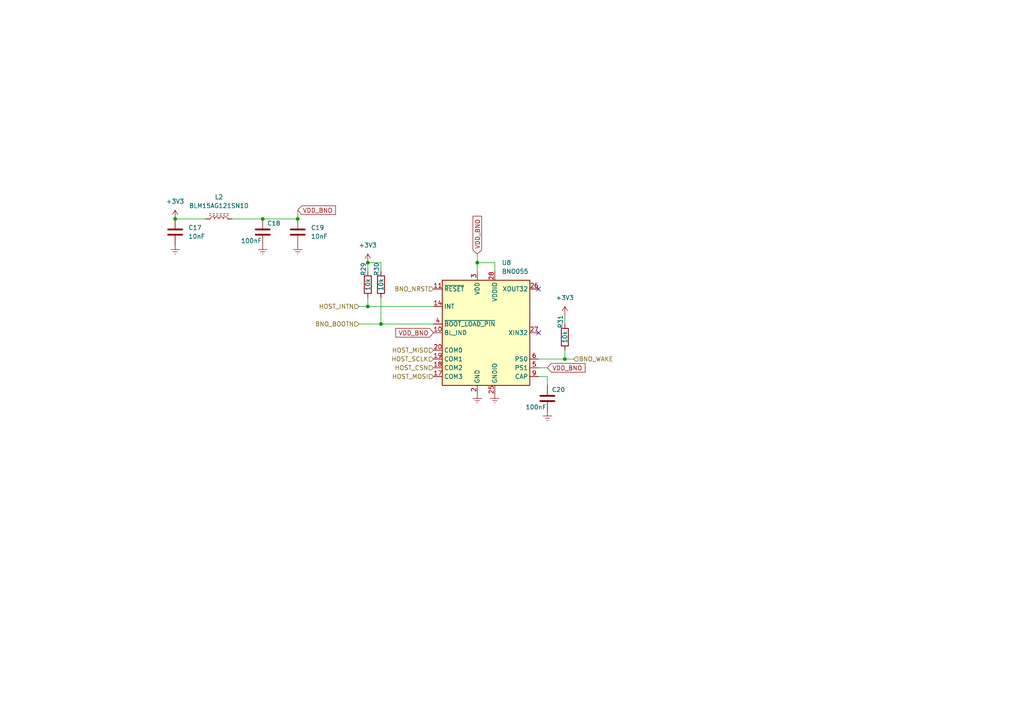
<source format=kicad_sch>
(kicad_sch (version 20211123) (generator eeschema)

  (uuid 30c0e302-9895-4b2c-8eb8-96234ffbcf7a)

  (paper "A4")

  (title_block
    (date "2022-09-05")
  )

  (lib_symbols
    (symbol "Device:C" (pin_numbers hide) (pin_names (offset 0.254)) (in_bom yes) (on_board yes)
      (property "Reference" "C" (id 0) (at 0.635 2.54 0)
        (effects (font (size 1.27 1.27)) (justify left))
      )
      (property "Value" "C" (id 1) (at 0.635 -2.54 0)
        (effects (font (size 1.27 1.27)) (justify left))
      )
      (property "Footprint" "" (id 2) (at 0.9652 -3.81 0)
        (effects (font (size 1.27 1.27)) hide)
      )
      (property "Datasheet" "~" (id 3) (at 0 0 0)
        (effects (font (size 1.27 1.27)) hide)
      )
      (property "ki_keywords" "cap capacitor" (id 4) (at 0 0 0)
        (effects (font (size 1.27 1.27)) hide)
      )
      (property "ki_description" "Unpolarized capacitor" (id 5) (at 0 0 0)
        (effects (font (size 1.27 1.27)) hide)
      )
      (property "ki_fp_filters" "C_*" (id 6) (at 0 0 0)
        (effects (font (size 1.27 1.27)) hide)
      )
      (symbol "C_0_1"
        (polyline
          (pts
            (xy -2.032 -0.762)
            (xy 2.032 -0.762)
          )
          (stroke (width 0.508) (type default) (color 0 0 0 0))
          (fill (type none))
        )
        (polyline
          (pts
            (xy -2.032 0.762)
            (xy 2.032 0.762)
          )
          (stroke (width 0.508) (type default) (color 0 0 0 0))
          (fill (type none))
        )
      )
      (symbol "C_1_1"
        (pin passive line (at 0 3.81 270) (length 2.794)
          (name "~" (effects (font (size 1.27 1.27))))
          (number "1" (effects (font (size 1.27 1.27))))
        )
        (pin passive line (at 0 -3.81 90) (length 2.794)
          (name "~" (effects (font (size 1.27 1.27))))
          (number "2" (effects (font (size 1.27 1.27))))
        )
      )
    )
    (symbol "Device:L_Ferrite" (pin_numbers hide) (pin_names (offset 1.016) hide) (in_bom yes) (on_board yes)
      (property "Reference" "L" (id 0) (at -1.27 0 90)
        (effects (font (size 1.27 1.27)))
      )
      (property "Value" "L_Ferrite" (id 1) (at 2.794 0 90)
        (effects (font (size 1.27 1.27)))
      )
      (property "Footprint" "" (id 2) (at 0 0 0)
        (effects (font (size 1.27 1.27)) hide)
      )
      (property "Datasheet" "~" (id 3) (at 0 0 0)
        (effects (font (size 1.27 1.27)) hide)
      )
      (property "ki_keywords" "inductor choke coil reactor magnetic" (id 4) (at 0 0 0)
        (effects (font (size 1.27 1.27)) hide)
      )
      (property "ki_description" "Inductor with ferrite core" (id 5) (at 0 0 0)
        (effects (font (size 1.27 1.27)) hide)
      )
      (property "ki_fp_filters" "Choke_* *Coil* Inductor_* L_*" (id 6) (at 0 0 0)
        (effects (font (size 1.27 1.27)) hide)
      )
      (symbol "L_Ferrite_0_1"
        (arc (start 0 -2.54) (mid 0.635 -1.905) (end 0 -1.27)
          (stroke (width 0) (type default) (color 0 0 0 0))
          (fill (type none))
        )
        (arc (start 0 -1.27) (mid 0.635 -0.635) (end 0 0)
          (stroke (width 0) (type default) (color 0 0 0 0))
          (fill (type none))
        )
        (polyline
          (pts
            (xy 1.016 -2.794)
            (xy 1.016 -2.286)
          )
          (stroke (width 0) (type default) (color 0 0 0 0))
          (fill (type none))
        )
        (polyline
          (pts
            (xy 1.016 -1.778)
            (xy 1.016 -1.27)
          )
          (stroke (width 0) (type default) (color 0 0 0 0))
          (fill (type none))
        )
        (polyline
          (pts
            (xy 1.016 -0.762)
            (xy 1.016 -0.254)
          )
          (stroke (width 0) (type default) (color 0 0 0 0))
          (fill (type none))
        )
        (polyline
          (pts
            (xy 1.016 0.254)
            (xy 1.016 0.762)
          )
          (stroke (width 0) (type default) (color 0 0 0 0))
          (fill (type none))
        )
        (polyline
          (pts
            (xy 1.016 1.27)
            (xy 1.016 1.778)
          )
          (stroke (width 0) (type default) (color 0 0 0 0))
          (fill (type none))
        )
        (polyline
          (pts
            (xy 1.016 2.286)
            (xy 1.016 2.794)
          )
          (stroke (width 0) (type default) (color 0 0 0 0))
          (fill (type none))
        )
        (polyline
          (pts
            (xy 1.524 -2.286)
            (xy 1.524 -2.794)
          )
          (stroke (width 0) (type default) (color 0 0 0 0))
          (fill (type none))
        )
        (polyline
          (pts
            (xy 1.524 -1.27)
            (xy 1.524 -1.778)
          )
          (stroke (width 0) (type default) (color 0 0 0 0))
          (fill (type none))
        )
        (polyline
          (pts
            (xy 1.524 -0.254)
            (xy 1.524 -0.762)
          )
          (stroke (width 0) (type default) (color 0 0 0 0))
          (fill (type none))
        )
        (polyline
          (pts
            (xy 1.524 0.762)
            (xy 1.524 0.254)
          )
          (stroke (width 0) (type default) (color 0 0 0 0))
          (fill (type none))
        )
        (polyline
          (pts
            (xy 1.524 1.778)
            (xy 1.524 1.27)
          )
          (stroke (width 0) (type default) (color 0 0 0 0))
          (fill (type none))
        )
        (polyline
          (pts
            (xy 1.524 2.794)
            (xy 1.524 2.286)
          )
          (stroke (width 0) (type default) (color 0 0 0 0))
          (fill (type none))
        )
        (arc (start 0 0) (mid 0.635 0.635) (end 0 1.27)
          (stroke (width 0) (type default) (color 0 0 0 0))
          (fill (type none))
        )
        (arc (start 0 1.27) (mid 0.635 1.905) (end 0 2.54)
          (stroke (width 0) (type default) (color 0 0 0 0))
          (fill (type none))
        )
      )
      (symbol "L_Ferrite_1_1"
        (pin passive line (at 0 3.81 270) (length 1.27)
          (name "1" (effects (font (size 1.27 1.27))))
          (number "1" (effects (font (size 1.27 1.27))))
        )
        (pin passive line (at 0 -3.81 90) (length 1.27)
          (name "2" (effects (font (size 1.27 1.27))))
          (number "2" (effects (font (size 1.27 1.27))))
        )
      )
    )
    (symbol "Device:R" (pin_numbers hide) (pin_names (offset 0)) (in_bom yes) (on_board yes)
      (property "Reference" "R" (id 0) (at 2.032 0 90)
        (effects (font (size 1.27 1.27)))
      )
      (property "Value" "R" (id 1) (at 0 0 90)
        (effects (font (size 1.27 1.27)))
      )
      (property "Footprint" "" (id 2) (at -1.778 0 90)
        (effects (font (size 1.27 1.27)) hide)
      )
      (property "Datasheet" "~" (id 3) (at 0 0 0)
        (effects (font (size 1.27 1.27)) hide)
      )
      (property "ki_keywords" "R res resistor" (id 4) (at 0 0 0)
        (effects (font (size 1.27 1.27)) hide)
      )
      (property "ki_description" "Resistor" (id 5) (at 0 0 0)
        (effects (font (size 1.27 1.27)) hide)
      )
      (property "ki_fp_filters" "R_*" (id 6) (at 0 0 0)
        (effects (font (size 1.27 1.27)) hide)
      )
      (symbol "R_0_1"
        (rectangle (start -1.016 -2.54) (end 1.016 2.54)
          (stroke (width 0.254) (type default) (color 0 0 0 0))
          (fill (type none))
        )
      )
      (symbol "R_1_1"
        (pin passive line (at 0 3.81 270) (length 1.27)
          (name "~" (effects (font (size 1.27 1.27))))
          (number "1" (effects (font (size 1.27 1.27))))
        )
        (pin passive line (at 0 -3.81 90) (length 1.27)
          (name "~" (effects (font (size 1.27 1.27))))
          (number "2" (effects (font (size 1.27 1.27))))
        )
      )
    )
    (symbol "Sensor_Motion:BNO055" (in_bom yes) (on_board yes)
      (property "Reference" "U" (id 0) (at -11.43 16.51 0)
        (effects (font (size 1.27 1.27)) (justify right))
      )
      (property "Value" "BNO055" (id 1) (at 12.7 16.51 0)
        (effects (font (size 1.27 1.27)) (justify right))
      )
      (property "Footprint" "Package_LGA:LGA-28_5.2x3.8mm_P0.5mm" (id 2) (at 6.35 -16.51 0)
        (effects (font (size 1.27 1.27)) (justify left) hide)
      )
      (property "Datasheet" "https://ae-bst.resource.bosch.com/media/_tech/media/datasheets/BST_BNO055_DS000_14.pdf" (id 3) (at 0 5.08 0)
        (effects (font (size 1.27 1.27)) hide)
      )
      (property "ki_keywords" "IMU, Sensor Fusion, I2C, UART" (id 4) (at 0 0 0)
        (effects (font (size 1.27 1.27)) hide)
      )
      (property "ki_description" "Intelligent 9-axis absolute orientation sensor, LGA-28" (id 5) (at 0 0 0)
        (effects (font (size 1.27 1.27)) hide)
      )
      (property "ki_fp_filters" "LGA*5.2x3.8mm*P0.5mm*" (id 6) (at 0 0 0)
        (effects (font (size 1.27 1.27)) hide)
      )
      (symbol "BNO055_0_1"
        (rectangle (start -12.7 15.24) (end 12.7 -15.24)
          (stroke (width 0.254) (type default) (color 0 0 0 0))
          (fill (type background))
        )
      )
      (symbol "BNO055_1_1"
        (pin no_connect line (at -12.7 10.16 0) (length 2.54) hide
          (name "PIN1" (effects (font (size 1.27 1.27))))
          (number "1" (effects (font (size 1.27 1.27))))
        )
        (pin output line (at -15.24 0 0) (length 2.54)
          (name "BL_IND" (effects (font (size 1.27 1.27))))
          (number "10" (effects (font (size 1.27 1.27))))
        )
        (pin input line (at -15.24 12.7 0) (length 2.54)
          (name "~{RESET}" (effects (font (size 1.27 1.27))))
          (number "11" (effects (font (size 1.27 1.27))))
        )
        (pin no_connect line (at 12.7 10.16 180) (length 2.54) hide
          (name "PIN12" (effects (font (size 1.27 1.27))))
          (number "12" (effects (font (size 1.27 1.27))))
        )
        (pin no_connect line (at 12.7 7.62 180) (length 2.54) hide
          (name "PIN13" (effects (font (size 1.27 1.27))))
          (number "13" (effects (font (size 1.27 1.27))))
        )
        (pin output line (at -15.24 7.62 0) (length 2.54)
          (name "INT" (effects (font (size 1.27 1.27))))
          (number "14" (effects (font (size 1.27 1.27))))
        )
        (pin passive line (at 2.54 -17.78 90) (length 2.54) hide
          (name "GNDIO" (effects (font (size 1.27 1.27))))
          (number "15" (effects (font (size 1.27 1.27))))
        )
        (pin passive line (at 2.54 -17.78 90) (length 2.54) hide
          (name "GNDIO" (effects (font (size 1.27 1.27))))
          (number "16" (effects (font (size 1.27 1.27))))
        )
        (pin input line (at -15.24 -12.7 0) (length 2.54)
          (name "COM3" (effects (font (size 1.27 1.27))))
          (number "17" (effects (font (size 1.27 1.27))))
        )
        (pin bidirectional line (at -15.24 -10.16 0) (length 2.54)
          (name "COM2" (effects (font (size 1.27 1.27))))
          (number "18" (effects (font (size 1.27 1.27))))
        )
        (pin bidirectional line (at -15.24 -7.62 0) (length 2.54)
          (name "COM1" (effects (font (size 1.27 1.27))))
          (number "19" (effects (font (size 1.27 1.27))))
        )
        (pin power_in line (at -2.54 -17.78 90) (length 2.54)
          (name "GND" (effects (font (size 1.27 1.27))))
          (number "2" (effects (font (size 1.27 1.27))))
        )
        (pin bidirectional line (at -15.24 -5.08 0) (length 2.54)
          (name "COM0" (effects (font (size 1.27 1.27))))
          (number "20" (effects (font (size 1.27 1.27))))
        )
        (pin no_connect line (at 12.7 5.08 180) (length 2.54) hide
          (name "PIN21" (effects (font (size 1.27 1.27))))
          (number "21" (effects (font (size 1.27 1.27))))
        )
        (pin no_connect line (at 12.7 2.54 180) (length 2.54) hide
          (name "PIN22" (effects (font (size 1.27 1.27))))
          (number "22" (effects (font (size 1.27 1.27))))
        )
        (pin no_connect line (at 12.7 -2.54 180) (length 2.54) hide
          (name "PIN23" (effects (font (size 1.27 1.27))))
          (number "23" (effects (font (size 1.27 1.27))))
        )
        (pin no_connect line (at 12.7 -5.08 180) (length 2.54) hide
          (name "PIN24" (effects (font (size 1.27 1.27))))
          (number "24" (effects (font (size 1.27 1.27))))
        )
        (pin power_in line (at 2.54 -17.78 90) (length 2.54)
          (name "GNDIO" (effects (font (size 1.27 1.27))))
          (number "25" (effects (font (size 1.27 1.27))))
        )
        (pin output line (at 15.24 12.7 180) (length 2.54)
          (name "XOUT32" (effects (font (size 1.27 1.27))))
          (number "26" (effects (font (size 1.27 1.27))))
        )
        (pin input line (at 15.24 0 180) (length 2.54)
          (name "XIN32" (effects (font (size 1.27 1.27))))
          (number "27" (effects (font (size 1.27 1.27))))
        )
        (pin power_in line (at 2.54 17.78 270) (length 2.54)
          (name "VDDIO" (effects (font (size 1.27 1.27))))
          (number "28" (effects (font (size 1.27 1.27))))
        )
        (pin power_in line (at -2.54 17.78 270) (length 2.54)
          (name "VDD" (effects (font (size 1.27 1.27))))
          (number "3" (effects (font (size 1.27 1.27))))
        )
        (pin input line (at -15.24 2.54 0) (length 2.54)
          (name "~{BOOT_LOAD_PIN}" (effects (font (size 1.27 1.27))))
          (number "4" (effects (font (size 1.27 1.27))))
        )
        (pin input line (at 15.24 -10.16 180) (length 2.54)
          (name "PS1" (effects (font (size 1.27 1.27))))
          (number "5" (effects (font (size 1.27 1.27))))
        )
        (pin input line (at 15.24 -7.62 180) (length 2.54)
          (name "PS0" (effects (font (size 1.27 1.27))))
          (number "6" (effects (font (size 1.27 1.27))))
        )
        (pin no_connect line (at -12.7 5.08 0) (length 2.54) hide
          (name "PIN7" (effects (font (size 1.27 1.27))))
          (number "7" (effects (font (size 1.27 1.27))))
        )
        (pin no_connect line (at -12.7 -2.54 0) (length 2.54) hide
          (name "PIN8" (effects (font (size 1.27 1.27))))
          (number "8" (effects (font (size 1.27 1.27))))
        )
        (pin passive line (at 15.24 -12.7 180) (length 2.54)
          (name "CAP" (effects (font (size 1.27 1.27))))
          (number "9" (effects (font (size 1.27 1.27))))
        )
      )
    )
    (symbol "power:+3V3" (power) (pin_names (offset 0)) (in_bom yes) (on_board yes)
      (property "Reference" "#PWR" (id 0) (at 0 -3.81 0)
        (effects (font (size 1.27 1.27)) hide)
      )
      (property "Value" "+3V3" (id 1) (at 0 3.556 0)
        (effects (font (size 1.27 1.27)))
      )
      (property "Footprint" "" (id 2) (at 0 0 0)
        (effects (font (size 1.27 1.27)) hide)
      )
      (property "Datasheet" "" (id 3) (at 0 0 0)
        (effects (font (size 1.27 1.27)) hide)
      )
      (property "ki_keywords" "power-flag" (id 4) (at 0 0 0)
        (effects (font (size 1.27 1.27)) hide)
      )
      (property "ki_description" "Power symbol creates a global label with name \"+3V3\"" (id 5) (at 0 0 0)
        (effects (font (size 1.27 1.27)) hide)
      )
      (symbol "+3V3_0_1"
        (polyline
          (pts
            (xy -0.762 1.27)
            (xy 0 2.54)
          )
          (stroke (width 0) (type default) (color 0 0 0 0))
          (fill (type none))
        )
        (polyline
          (pts
            (xy 0 0)
            (xy 0 2.54)
          )
          (stroke (width 0) (type default) (color 0 0 0 0))
          (fill (type none))
        )
        (polyline
          (pts
            (xy 0 2.54)
            (xy 0.762 1.27)
          )
          (stroke (width 0) (type default) (color 0 0 0 0))
          (fill (type none))
        )
      )
      (symbol "+3V3_1_1"
        (pin power_in line (at 0 0 90) (length 0) hide
          (name "+3V3" (effects (font (size 1.27 1.27))))
          (number "1" (effects (font (size 1.27 1.27))))
        )
      )
    )
    (symbol "power:Earth" (power) (pin_names (offset 0)) (in_bom yes) (on_board yes)
      (property "Reference" "#PWR" (id 0) (at 0 -6.35 0)
        (effects (font (size 1.27 1.27)) hide)
      )
      (property "Value" "Earth" (id 1) (at 0 -3.81 0)
        (effects (font (size 1.27 1.27)) hide)
      )
      (property "Footprint" "" (id 2) (at 0 0 0)
        (effects (font (size 1.27 1.27)) hide)
      )
      (property "Datasheet" "~" (id 3) (at 0 0 0)
        (effects (font (size 1.27 1.27)) hide)
      )
      (property "ki_keywords" "power-flag ground gnd" (id 4) (at 0 0 0)
        (effects (font (size 1.27 1.27)) hide)
      )
      (property "ki_description" "Power symbol creates a global label with name \"Earth\"" (id 5) (at 0 0 0)
        (effects (font (size 1.27 1.27)) hide)
      )
      (symbol "Earth_0_1"
        (polyline
          (pts
            (xy -0.635 -1.905)
            (xy 0.635 -1.905)
          )
          (stroke (width 0) (type default) (color 0 0 0 0))
          (fill (type none))
        )
        (polyline
          (pts
            (xy -0.127 -2.54)
            (xy 0.127 -2.54)
          )
          (stroke (width 0) (type default) (color 0 0 0 0))
          (fill (type none))
        )
        (polyline
          (pts
            (xy 0 -1.27)
            (xy 0 0)
          )
          (stroke (width 0) (type default) (color 0 0 0 0))
          (fill (type none))
        )
        (polyline
          (pts
            (xy 1.27 -1.27)
            (xy -1.27 -1.27)
          )
          (stroke (width 0) (type default) (color 0 0 0 0))
          (fill (type none))
        )
      )
      (symbol "Earth_1_1"
        (pin power_in line (at 0 0 270) (length 0) hide
          (name "Earth" (effects (font (size 1.27 1.27))))
          (number "1" (effects (font (size 1.27 1.27))))
        )
      )
    )
  )

  (junction (at 110.49 93.98) (diameter 0) (color 0 0 0 0)
    (uuid 1c6a85e1-de91-47f0-a210-77bf353488fc)
  )
  (junction (at 50.8 63.5) (diameter 0) (color 0 0 0 0)
    (uuid 3055d43b-07c8-4705-873f-2885a0a28477)
  )
  (junction (at 106.68 88.9) (diameter 0) (color 0 0 0 0)
    (uuid 45860f9c-3aee-48b2-a79a-688e36866f0a)
  )
  (junction (at 163.83 104.14) (diameter 0) (color 0 0 0 0)
    (uuid 507a16f1-f13c-43e9-b9e2-d976815b317c)
  )
  (junction (at 106.68 76.2) (diameter 0) (color 0 0 0 0)
    (uuid 5a3a3f51-46c0-4d02-95d4-303561c14022)
  )
  (junction (at 138.43 76.2) (diameter 0) (color 0 0 0 0)
    (uuid 8cdec125-fb18-4f98-b22b-2fd5511d62d2)
  )
  (junction (at 86.36 63.5) (diameter 0) (color 0 0 0 0)
    (uuid 99baaf18-ce4b-4946-857f-6ed1d837dd8d)
  )
  (junction (at 76.2 63.5) (diameter 0) (color 0 0 0 0)
    (uuid fc4c341d-8c48-4cba-95cf-fe09a1a5c1cf)
  )

  (no_connect (at 156.21 83.82) (uuid ffa55f97-42cd-4b56-ba58-3d2098eacf89))
  (no_connect (at 156.21 96.52) (uuid ffa55f97-42cd-4b56-ba58-3d2098eacf89))

  (wire (pts (xy 106.68 88.9) (xy 106.68 86.36))
    (stroke (width 0) (type default) (color 0 0 0 0))
    (uuid 14552067-7add-4181-bc9e-f6716cb08bf2)
  )
  (wire (pts (xy 163.83 91.44) (xy 163.83 93.98))
    (stroke (width 0) (type default) (color 0 0 0 0))
    (uuid 2ad82525-cb7f-4e9d-96e3-f3945a72bdfa)
  )
  (wire (pts (xy 50.8 63.5) (xy 59.69 63.5))
    (stroke (width 0) (type default) (color 0 0 0 0))
    (uuid 3d498543-aaad-48f6-bd1b-fa1dd8f68b00)
  )
  (wire (pts (xy 76.2 63.5) (xy 86.36 63.5))
    (stroke (width 0) (type default) (color 0 0 0 0))
    (uuid 40c82603-b1d8-4f4a-ba7b-a520a6e660ca)
  )
  (wire (pts (xy 110.49 93.98) (xy 125.73 93.98))
    (stroke (width 0) (type default) (color 0 0 0 0))
    (uuid 521814a4-da73-4b00-bc72-f6bf4972a15b)
  )
  (wire (pts (xy 104.14 93.98) (xy 110.49 93.98))
    (stroke (width 0) (type default) (color 0 0 0 0))
    (uuid 574db540-2da0-4e7b-833a-1d3f343209b6)
  )
  (wire (pts (xy 138.43 76.2) (xy 138.43 78.74))
    (stroke (width 0) (type default) (color 0 0 0 0))
    (uuid 619eda2d-bdb4-4d56-9854-3e8c0db1e210)
  )
  (wire (pts (xy 143.51 78.74) (xy 143.51 76.2))
    (stroke (width 0) (type default) (color 0 0 0 0))
    (uuid 77de6f5b-dd8f-4e02-a19b-5768373b2013)
  )
  (wire (pts (xy 156.21 104.14) (xy 163.83 104.14))
    (stroke (width 0) (type default) (color 0 0 0 0))
    (uuid 7f46988d-4fb7-41ff-a71c-99c24d57e084)
  )
  (wire (pts (xy 86.36 60.96) (xy 86.36 63.5))
    (stroke (width 0) (type default) (color 0 0 0 0))
    (uuid 7fc4f785-38ae-41f4-b627-9d88dd95573d)
  )
  (wire (pts (xy 110.49 86.36) (xy 110.49 93.98))
    (stroke (width 0) (type default) (color 0 0 0 0))
    (uuid 8aaf5aaf-7b7e-4d45-9883-458c74ccaba4)
  )
  (wire (pts (xy 106.68 76.2) (xy 106.68 78.74))
    (stroke (width 0) (type default) (color 0 0 0 0))
    (uuid 95624bce-f7ae-48f8-a0a7-df920ce04e66)
  )
  (wire (pts (xy 143.51 76.2) (xy 138.43 76.2))
    (stroke (width 0) (type default) (color 0 0 0 0))
    (uuid 9f293072-3686-4cc1-9723-709887c89650)
  )
  (wire (pts (xy 158.75 111.76) (xy 158.75 109.22))
    (stroke (width 0) (type default) (color 0 0 0 0))
    (uuid a43bda88-9d32-4bb7-a307-2f38c47ea0db)
  )
  (wire (pts (xy 67.31 63.5) (xy 76.2 63.5))
    (stroke (width 0) (type default) (color 0 0 0 0))
    (uuid a7211526-bceb-46a4-9e1c-09a95113386f)
  )
  (wire (pts (xy 138.43 73.66) (xy 138.43 76.2))
    (stroke (width 0) (type default) (color 0 0 0 0))
    (uuid acb0f8b6-d6c6-4722-9b85-fa0598bfc06a)
  )
  (wire (pts (xy 125.73 88.9) (xy 106.68 88.9))
    (stroke (width 0) (type default) (color 0 0 0 0))
    (uuid d2ad31a6-a253-47e8-a484-9f7f5c8168e6)
  )
  (wire (pts (xy 156.21 106.68) (xy 158.75 106.68))
    (stroke (width 0) (type default) (color 0 0 0 0))
    (uuid d607eb9a-23b4-4372-bc45-8aa1d6977fee)
  )
  (wire (pts (xy 163.83 101.6) (xy 163.83 104.14))
    (stroke (width 0) (type default) (color 0 0 0 0))
    (uuid d8766084-cd62-4a6f-9f13-a3f8c2549b7d)
  )
  (wire (pts (xy 104.14 88.9) (xy 106.68 88.9))
    (stroke (width 0) (type default) (color 0 0 0 0))
    (uuid dec10b3a-ad83-41b9-8f48-9cec8d796125)
  )
  (wire (pts (xy 106.68 76.2) (xy 110.49 76.2))
    (stroke (width 0) (type default) (color 0 0 0 0))
    (uuid e0da071b-85c2-4d09-bc1b-716138aedbd5)
  )
  (wire (pts (xy 158.75 109.22) (xy 156.21 109.22))
    (stroke (width 0) (type default) (color 0 0 0 0))
    (uuid ea529b9b-a5ab-46dd-9526-1ac8046b5f42)
  )
  (wire (pts (xy 163.83 104.14) (xy 166.37 104.14))
    (stroke (width 0) (type default) (color 0 0 0 0))
    (uuid f1840d7a-8ad1-43d9-baf6-c976c48bfe75)
  )
  (wire (pts (xy 110.49 76.2) (xy 110.49 78.74))
    (stroke (width 0) (type default) (color 0 0 0 0))
    (uuid f458115f-385e-4b7e-96e6-e47f9d8828c8)
  )

  (global_label "VDD_BNO" (shape input) (at 86.36 60.96 0) (fields_autoplaced)
    (effects (font (size 1.27 1.27)) (justify left))
    (uuid 7692b15f-50d1-4cdf-af69-f068a0497b67)
    (property "Intersheet References" "${INTERSHEET_REFS}" (id 0) (at 97.3002 60.8806 0)
      (effects (font (size 1.27 1.27)) (justify left) hide)
    )
  )
  (global_label "VDD_BNO" (shape input) (at 138.43 73.66 90) (fields_autoplaced)
    (effects (font (size 1.27 1.27)) (justify left))
    (uuid 7dee3ee8-c8a1-4ad1-9ddd-3388869eda2d)
    (property "Intersheet References" "${INTERSHEET_REFS}" (id 0) (at 138.3506 62.7198 90)
      (effects (font (size 1.27 1.27)) (justify left) hide)
    )
  )
  (global_label "VDD_BNO" (shape input) (at 125.73 96.52 180) (fields_autoplaced)
    (effects (font (size 1.27 1.27)) (justify right))
    (uuid b7bf7368-2d6b-427f-b63e-1a3f910fadfc)
    (property "Intersheet References" "${INTERSHEET_REFS}" (id 0) (at 114.7898 96.5994 0)
      (effects (font (size 1.27 1.27)) (justify right) hide)
    )
  )
  (global_label "VDD_BNO" (shape input) (at 158.75 106.68 0) (fields_autoplaced)
    (effects (font (size 1.27 1.27)) (justify left))
    (uuid fc371271-8827-436a-be2a-285d349aaa0e)
    (property "Intersheet References" "${INTERSHEET_REFS}" (id 0) (at 169.6902 106.6006 0)
      (effects (font (size 1.27 1.27)) (justify left) hide)
    )
  )

  (hierarchical_label "HOST_MOSI" (shape input) (at 125.73 109.22 180)
    (effects (font (size 1.27 1.27)) (justify right))
    (uuid 0b720787-1b90-4e20-89d0-0dc3c9dfe4cd)
  )
  (hierarchical_label "BNO_WAKE" (shape input) (at 166.37 104.14 0)
    (effects (font (size 1.27 1.27)) (justify left))
    (uuid 8f11d5d1-6eef-4db4-9567-c7c69c507d7c)
  )
  (hierarchical_label "HOST_INTN" (shape input) (at 104.14 88.9 180)
    (effects (font (size 1.27 1.27)) (justify right))
    (uuid 90bcae92-ad96-4bb6-9aad-7634d3a2f21f)
  )
  (hierarchical_label "BNO_NRST" (shape input) (at 125.73 83.82 180)
    (effects (font (size 1.27 1.27)) (justify right))
    (uuid d0098f33-ce84-48c3-be03-b53eb776b554)
  )
  (hierarchical_label "BNO_BOOTN" (shape input) (at 104.14 93.98 180)
    (effects (font (size 1.27 1.27)) (justify right))
    (uuid dd806280-6522-4db5-8f8d-69db1f7b2805)
  )
  (hierarchical_label "HOST_MISO" (shape input) (at 125.73 101.6 180)
    (effects (font (size 1.27 1.27)) (justify right))
    (uuid dd8591a9-f95d-44fa-956a-270d7fe2099f)
  )
  (hierarchical_label "HOST_SCLK" (shape input) (at 125.73 104.14 180)
    (effects (font (size 1.27 1.27)) (justify right))
    (uuid e5039e40-c512-4638-b193-19a9ae81a0e6)
  )
  (hierarchical_label "HOST_CSN" (shape input) (at 125.73 106.68 180)
    (effects (font (size 1.27 1.27)) (justify right))
    (uuid f39a6ed8-29b9-41c3-8cf0-6eec6174eaf9)
  )

  (symbol (lib_id "power:+3V3") (at 50.8 63.5 0) (unit 1)
    (in_bom yes) (on_board yes) (fields_autoplaced)
    (uuid 0047b95d-43f5-41af-859d-bfaaded1df49)
    (property "Reference" "#PWR049" (id 0) (at 50.8 67.31 0)
      (effects (font (size 1.27 1.27)) hide)
    )
    (property "Value" "+3V3" (id 1) (at 50.8 58.42 0))
    (property "Footprint" "" (id 2) (at 50.8 63.5 0)
      (effects (font (size 1.27 1.27)) hide)
    )
    (property "Datasheet" "" (id 3) (at 50.8 63.5 0)
      (effects (font (size 1.27 1.27)) hide)
    )
    (pin "1" (uuid 77ef8c38-9b1f-4138-908b-505d03b4e7ad))
  )

  (symbol (lib_id "Sensor_Motion:BNO055") (at 140.97 96.52 0) (unit 1)
    (in_bom yes) (on_board yes) (fields_autoplaced)
    (uuid 16490ab6-a8cc-429e-b52a-a1aa84365b4f)
    (property "Reference" "U8" (id 0) (at 145.5294 76.2 0)
      (effects (font (size 1.27 1.27)) (justify left))
    )
    (property "Value" "BNO055" (id 1) (at 145.5294 78.74 0)
      (effects (font (size 1.27 1.27)) (justify left))
    )
    (property "Footprint" "Package_LGA:LGA-28_5.2x3.8mm_P0.5mm" (id 2) (at 147.32 113.03 0)
      (effects (font (size 1.27 1.27)) (justify left) hide)
    )
    (property "Datasheet" "https://ae-bst.resource.bosch.com/media/_tech/media/datasheets/BST_BNO055_DS000_14.pdf" (id 3) (at 140.97 91.44 0)
      (effects (font (size 1.27 1.27)) hide)
    )
    (property "MPN" "BNO085" (id 4) (at 140.97 96.52 0)
      (effects (font (size 1.27 1.27)) hide)
    )
    (pin "1" (uuid c75553b5-1ba6-4f84-8015-4c37d71c5aef))
    (pin "10" (uuid 84c2700c-ecc6-4efd-86f9-904334e56689))
    (pin "11" (uuid 0c61c204-892a-4f66-885d-b4b5835ae8d4))
    (pin "12" (uuid 88277556-d852-4174-9fb0-8d93bdfc6cc7))
    (pin "13" (uuid a519e308-d21f-4391-b441-5c5a5063fe8e))
    (pin "14" (uuid de89a60b-0e11-46a2-9658-1249d0fb2e51))
    (pin "15" (uuid 6d22ce73-47fd-4903-84cc-89263d6a65a6))
    (pin "16" (uuid 0f75554d-7716-424d-9245-5944d4b5e3e4))
    (pin "17" (uuid b698501e-b246-4a0f-936c-e26180b55ca9))
    (pin "18" (uuid 07c4759e-54fb-4528-bdc2-9154c7ef3e2b))
    (pin "19" (uuid e62bb5dc-b651-4794-9c3c-1cce0336ffb4))
    (pin "2" (uuid 70d5fdb5-2b91-4618-b751-927cc90cccec))
    (pin "20" (uuid 87485329-6457-4b01-84f6-6f8fb1d43b39))
    (pin "21" (uuid 7dc38264-0de5-433c-a7ae-44dde68a750a))
    (pin "22" (uuid 8734796e-d088-404b-9453-b276f910a8bb))
    (pin "23" (uuid 7a1b820b-9722-4b33-9211-0f0d238b3bfe))
    (pin "24" (uuid 15fbb124-b5a9-4f82-9343-7f750cd4a03f))
    (pin "25" (uuid bc018581-aa70-4cc1-848f-3254234e3962))
    (pin "26" (uuid f3e26952-07c8-4a4d-956d-c3924a515bee))
    (pin "27" (uuid 2d5030b5-2585-4424-8758-6bd5f9325e05))
    (pin "28" (uuid 317e142c-7df6-4866-9aa5-62a9917ea64a))
    (pin "3" (uuid a96c1ed3-ce96-4c6f-8425-b4b14bdca47a))
    (pin "4" (uuid cd3a4937-334b-47b7-917a-db0293458672))
    (pin "5" (uuid fde20c66-34dd-4509-a76c-8e84bfb5181c))
    (pin "6" (uuid 014a0b7a-a0b8-47cb-8b71-fa545f00323a))
    (pin "7" (uuid 218a02a6-971b-4c78-98d6-2accefaa152d))
    (pin "8" (uuid ff7fa9d9-d6b3-464b-b99c-6a45ad40ee21))
    (pin "9" (uuid b085c332-aafa-417f-8a96-196c88b9bead))
  )

  (symbol (lib_id "Device:R") (at 163.83 97.79 0) (unit 1)
    (in_bom yes) (on_board yes)
    (uuid 18065ee2-99d3-42aa-86cb-ec0ff1dd0730)
    (property "Reference" "R31" (id 0) (at 162.56 95.25 90)
      (effects (font (size 1.27 1.27)) (justify left))
    )
    (property "Value" "10k" (id 1) (at 163.83 97.79 90))
    (property "Footprint" "Resistor_SMD:R_0402_1005Metric" (id 2) (at 162.052 97.79 90)
      (effects (font (size 1.27 1.27)) hide)
    )
    (property "Datasheet" "~" (id 3) (at 163.83 97.79 0)
      (effects (font (size 1.27 1.27)) hide)
    )
    (property "MPN" "RC0402FR-0710KL" (id 4) (at 163.83 97.79 0)
      (effects (font (size 1.27 1.27)) hide)
    )
    (pin "1" (uuid 9c5449b4-ad7b-410d-af2a-9981d3e120e6))
    (pin "2" (uuid 66696d89-ba00-48d8-be94-857ed49f6bed))
  )

  (symbol (lib_id "power:Earth") (at 143.51 114.3 0) (unit 1)
    (in_bom yes) (on_board yes) (fields_autoplaced)
    (uuid 185a50fc-15d6-4702-a918-8d30259e52fd)
    (property "Reference" "#PWR055" (id 0) (at 143.51 120.65 0)
      (effects (font (size 1.27 1.27)) hide)
    )
    (property "Value" "Earth" (id 1) (at 143.51 118.11 0)
      (effects (font (size 1.27 1.27)) hide)
    )
    (property "Footprint" "" (id 2) (at 143.51 114.3 0)
      (effects (font (size 1.27 1.27)) hide)
    )
    (property "Datasheet" "~" (id 3) (at 143.51 114.3 0)
      (effects (font (size 1.27 1.27)) hide)
    )
    (pin "1" (uuid 0eed7bc6-9583-496c-b06b-c10733399ac4))
  )

  (symbol (lib_id "power:Earth") (at 158.75 119.38 0) (unit 1)
    (in_bom yes) (on_board yes) (fields_autoplaced)
    (uuid 362ee88c-cb87-46f7-8f17-7db72b89177c)
    (property "Reference" "#PWR056" (id 0) (at 158.75 125.73 0)
      (effects (font (size 1.27 1.27)) hide)
    )
    (property "Value" "Earth" (id 1) (at 158.75 123.19 0)
      (effects (font (size 1.27 1.27)) hide)
    )
    (property "Footprint" "" (id 2) (at 158.75 119.38 0)
      (effects (font (size 1.27 1.27)) hide)
    )
    (property "Datasheet" "~" (id 3) (at 158.75 119.38 0)
      (effects (font (size 1.27 1.27)) hide)
    )
    (pin "1" (uuid 6104afff-f007-47e0-ad0b-ff63531b3f1f))
  )

  (symbol (lib_id "power:Earth") (at 50.8 71.12 0) (unit 1)
    (in_bom yes) (on_board yes) (fields_autoplaced)
    (uuid 4401399e-2514-4494-8982-665deedb2a7f)
    (property "Reference" "#PWR050" (id 0) (at 50.8 77.47 0)
      (effects (font (size 1.27 1.27)) hide)
    )
    (property "Value" "Earth" (id 1) (at 50.8 74.93 0)
      (effects (font (size 1.27 1.27)) hide)
    )
    (property "Footprint" "" (id 2) (at 50.8 71.12 0)
      (effects (font (size 1.27 1.27)) hide)
    )
    (property "Datasheet" "~" (id 3) (at 50.8 71.12 0)
      (effects (font (size 1.27 1.27)) hide)
    )
    (pin "1" (uuid b7a3535b-75fe-42ea-80a6-628dd6590cb2))
  )

  (symbol (lib_id "power:Earth") (at 76.2 71.12 0) (unit 1)
    (in_bom yes) (on_board yes) (fields_autoplaced)
    (uuid 4fd82b7c-c427-47aa-b046-8afe8180c2ea)
    (property "Reference" "#PWR051" (id 0) (at 76.2 77.47 0)
      (effects (font (size 1.27 1.27)) hide)
    )
    (property "Value" "Earth" (id 1) (at 76.2 74.93 0)
      (effects (font (size 1.27 1.27)) hide)
    )
    (property "Footprint" "" (id 2) (at 76.2 71.12 0)
      (effects (font (size 1.27 1.27)) hide)
    )
    (property "Datasheet" "~" (id 3) (at 76.2 71.12 0)
      (effects (font (size 1.27 1.27)) hide)
    )
    (pin "1" (uuid f67db743-e884-47cb-9553-e39cb05425c5))
  )

  (symbol (lib_id "power:+3V3") (at 163.83 91.44 0) (unit 1)
    (in_bom yes) (on_board yes) (fields_autoplaced)
    (uuid 6ba6642e-92e6-4e79-900c-4e0372d61996)
    (property "Reference" "#PWR057" (id 0) (at 163.83 95.25 0)
      (effects (font (size 1.27 1.27)) hide)
    )
    (property "Value" "+3V3" (id 1) (at 163.83 86.36 0))
    (property "Footprint" "" (id 2) (at 163.83 91.44 0)
      (effects (font (size 1.27 1.27)) hide)
    )
    (property "Datasheet" "" (id 3) (at 163.83 91.44 0)
      (effects (font (size 1.27 1.27)) hide)
    )
    (pin "1" (uuid 6f18ac1a-3c7a-4fbb-9f05-350638c847a9))
  )

  (symbol (lib_id "power:+3V3") (at 106.68 76.2 0) (unit 1)
    (in_bom yes) (on_board yes) (fields_autoplaced)
    (uuid 6fa24cf6-3558-4e7b-b5e9-c0b221042a58)
    (property "Reference" "#PWR053" (id 0) (at 106.68 80.01 0)
      (effects (font (size 1.27 1.27)) hide)
    )
    (property "Value" "+3V3" (id 1) (at 106.68 71.12 0))
    (property "Footprint" "" (id 2) (at 106.68 76.2 0)
      (effects (font (size 1.27 1.27)) hide)
    )
    (property "Datasheet" "" (id 3) (at 106.68 76.2 0)
      (effects (font (size 1.27 1.27)) hide)
    )
    (pin "1" (uuid 07c41a64-1b69-4239-8c6c-f16183db7b77))
  )

  (symbol (lib_id "Device:R") (at 110.49 82.55 0) (unit 1)
    (in_bom yes) (on_board yes)
    (uuid 70addd95-f8e4-4a5d-aa5f-b159d88e8151)
    (property "Reference" "R30" (id 0) (at 109.22 80.01 90)
      (effects (font (size 1.27 1.27)) (justify left))
    )
    (property "Value" "10k" (id 1) (at 110.49 82.55 90))
    (property "Footprint" "Resistor_SMD:R_0402_1005Metric" (id 2) (at 108.712 82.55 90)
      (effects (font (size 1.27 1.27)) hide)
    )
    (property "Datasheet" "~" (id 3) (at 110.49 82.55 0)
      (effects (font (size 1.27 1.27)) hide)
    )
    (property "MPN" "RC0402FR-0710KL" (id 4) (at 110.49 82.55 0)
      (effects (font (size 1.27 1.27)) hide)
    )
    (pin "1" (uuid 04d3e45f-8354-4426-8e4c-581c26765bbf))
    (pin "2" (uuid 30d95cc8-2c93-4d64-9ef6-56f9988e43f7))
  )

  (symbol (lib_id "Device:C") (at 50.8 67.31 0) (unit 1)
    (in_bom yes) (on_board yes) (fields_autoplaced)
    (uuid 9fd2982d-800f-43ee-9447-01a541277e6e)
    (property "Reference" "C17" (id 0) (at 54.61 66.0399 0)
      (effects (font (size 1.27 1.27)) (justify left))
    )
    (property "Value" "10nF" (id 1) (at 54.61 68.5799 0)
      (effects (font (size 1.27 1.27)) (justify left))
    )
    (property "Footprint" "Capacitor_SMD:C_0402_1005Metric" (id 2) (at 51.7652 71.12 0)
      (effects (font (size 1.27 1.27)) hide)
    )
    (property "Datasheet" "~" (id 3) (at 50.8 67.31 0)
      (effects (font (size 1.27 1.27)) hide)
    )
    (property "MPN" "CC0402KRX7R9BB103" (id 4) (at 50.8 67.31 0)
      (effects (font (size 1.27 1.27)) hide)
    )
    (pin "1" (uuid ab84e26b-3d38-4f86-a32f-0302cdf1174d))
    (pin "2" (uuid 9496f76a-419a-46ff-a485-759e5979512d))
  )

  (symbol (lib_id "power:Earth") (at 86.36 71.12 0) (unit 1)
    (in_bom yes) (on_board yes) (fields_autoplaced)
    (uuid a1818ce4-3b7a-4f8b-a229-4f0fdd8fa1ea)
    (property "Reference" "#PWR052" (id 0) (at 86.36 77.47 0)
      (effects (font (size 1.27 1.27)) hide)
    )
    (property "Value" "Earth" (id 1) (at 86.36 74.93 0)
      (effects (font (size 1.27 1.27)) hide)
    )
    (property "Footprint" "" (id 2) (at 86.36 71.12 0)
      (effects (font (size 1.27 1.27)) hide)
    )
    (property "Datasheet" "~" (id 3) (at 86.36 71.12 0)
      (effects (font (size 1.27 1.27)) hide)
    )
    (pin "1" (uuid c8d9ce6d-a227-44c5-bb06-1f4119eda740))
  )

  (symbol (lib_id "power:Earth") (at 138.43 114.3 0) (unit 1)
    (in_bom yes) (on_board yes) (fields_autoplaced)
    (uuid a2f553d7-6fab-4e5f-9980-3d30da6e00f2)
    (property "Reference" "#PWR054" (id 0) (at 138.43 120.65 0)
      (effects (font (size 1.27 1.27)) hide)
    )
    (property "Value" "Earth" (id 1) (at 138.43 118.11 0)
      (effects (font (size 1.27 1.27)) hide)
    )
    (property "Footprint" "" (id 2) (at 138.43 114.3 0)
      (effects (font (size 1.27 1.27)) hide)
    )
    (property "Datasheet" "~" (id 3) (at 138.43 114.3 0)
      (effects (font (size 1.27 1.27)) hide)
    )
    (pin "1" (uuid df8786b5-7d99-4e08-bab6-df8aad12e736))
  )

  (symbol (lib_id "Device:L_Ferrite") (at 63.5 63.5 90) (unit 1)
    (in_bom yes) (on_board yes) (fields_autoplaced)
    (uuid a8e2d67f-04d0-456c-8de7-2bc3cc77afb8)
    (property "Reference" "L2" (id 0) (at 63.5 57.15 90))
    (property "Value" "BLM15AG121SN1D" (id 1) (at 63.5 59.69 90))
    (property "Footprint" "Inductor_SMD:L_0402_1005Metric" (id 2) (at 63.5 63.5 0)
      (effects (font (size 1.27 1.27)) hide)
    )
    (property "Datasheet" "~" (id 3) (at 63.5 63.5 0)
      (effects (font (size 1.27 1.27)) hide)
    )
    (property "MPN" "BLM15AG121SN1D" (id 4) (at 63.5 63.5 90)
      (effects (font (size 1.27 1.27)) hide)
    )
    (pin "1" (uuid ae698e5a-4fc1-4ba8-9d76-3f1d1b43bf27))
    (pin "2" (uuid bc1d5b8f-1352-4ccf-9b0c-9b33364f928d))
  )

  (symbol (lib_id "Device:C") (at 76.2 67.31 0) (unit 1)
    (in_bom yes) (on_board yes)
    (uuid b5a98b14-ac33-4b29-bdea-cb2914481017)
    (property "Reference" "C18" (id 0) (at 77.47 64.77 0)
      (effects (font (size 1.27 1.27)) (justify left))
    )
    (property "Value" "100nF" (id 1) (at 69.85 69.85 0)
      (effects (font (size 1.27 1.27)) (justify left))
    )
    (property "Footprint" "Capacitor_SMD:C_0402_1005Metric" (id 2) (at 77.1652 71.12 0)
      (effects (font (size 1.27 1.27)) hide)
    )
    (property "Datasheet" "~" (id 3) (at 76.2 67.31 0)
      (effects (font (size 1.27 1.27)) hide)
    )
    (property "MPN" "CC0402KRX7R7BB104" (id 4) (at 76.2 67.31 0)
      (effects (font (size 1.27 1.27)) hide)
    )
    (pin "1" (uuid fd11683b-ed3c-4615-822c-b1eb5e038a0a))
    (pin "2" (uuid 33e5d5c2-c314-4201-9c58-32e6c1a4c5a7))
  )

  (symbol (lib_id "Device:C") (at 86.36 67.31 0) (unit 1)
    (in_bom yes) (on_board yes) (fields_autoplaced)
    (uuid bd03ae52-5463-49e4-8965-5b05e1087339)
    (property "Reference" "C19" (id 0) (at 90.17 66.0399 0)
      (effects (font (size 1.27 1.27)) (justify left))
    )
    (property "Value" "10nF" (id 1) (at 90.17 68.5799 0)
      (effects (font (size 1.27 1.27)) (justify left))
    )
    (property "Footprint" "Capacitor_SMD:C_0402_1005Metric" (id 2) (at 87.3252 71.12 0)
      (effects (font (size 1.27 1.27)) hide)
    )
    (property "Datasheet" "~" (id 3) (at 86.36 67.31 0)
      (effects (font (size 1.27 1.27)) hide)
    )
    (property "MPN" "CC0402KRX7R9BB103" (id 4) (at 86.36 67.31 0)
      (effects (font (size 1.27 1.27)) hide)
    )
    (pin "1" (uuid ab776741-828c-493a-a9f2-a881c5838a91))
    (pin "2" (uuid 2dc3a8cd-c93a-447a-b830-780c216e60b7))
  )

  (symbol (lib_id "Device:C") (at 158.75 115.57 0) (unit 1)
    (in_bom yes) (on_board yes)
    (uuid ca62fe8d-2298-4051-8051-8274c6ab13f6)
    (property "Reference" "C20" (id 0) (at 160.02 113.03 0)
      (effects (font (size 1.27 1.27)) (justify left))
    )
    (property "Value" "100nF" (id 1) (at 152.4 118.11 0)
      (effects (font (size 1.27 1.27)) (justify left))
    )
    (property "Footprint" "Capacitor_SMD:C_0402_1005Metric" (id 2) (at 159.7152 119.38 0)
      (effects (font (size 1.27 1.27)) hide)
    )
    (property "Datasheet" "~" (id 3) (at 158.75 115.57 0)
      (effects (font (size 1.27 1.27)) hide)
    )
    (property "MPN" "CC0402KRX7R7BB104" (id 4) (at 158.75 115.57 0)
      (effects (font (size 1.27 1.27)) hide)
    )
    (pin "1" (uuid 05a097c4-fe5c-4579-bbaf-fa349232413e))
    (pin "2" (uuid a3e1a112-9cfb-43fb-a619-575abeda9b44))
  )

  (symbol (lib_id "Device:R") (at 106.68 82.55 0) (unit 1)
    (in_bom yes) (on_board yes)
    (uuid fb4b4b89-7e17-476e-b47b-80412b47a44f)
    (property "Reference" "R29" (id 0) (at 105.41 80.01 90)
      (effects (font (size 1.27 1.27)) (justify left))
    )
    (property "Value" "10k" (id 1) (at 106.68 82.55 90))
    (property "Footprint" "Resistor_SMD:R_0402_1005Metric" (id 2) (at 104.902 82.55 90)
      (effects (font (size 1.27 1.27)) hide)
    )
    (property "Datasheet" "~" (id 3) (at 106.68 82.55 0)
      (effects (font (size 1.27 1.27)) hide)
    )
    (property "MPN" "RC0402FR-0710KL" (id 4) (at 106.68 82.55 0)
      (effects (font (size 1.27 1.27)) hide)
    )
    (pin "1" (uuid 08f0ab8a-02ac-4e0d-aab4-143766ac30f9))
    (pin "2" (uuid 02608c2a-4207-4304-9cc5-157f0b17de0b))
  )
)

</source>
